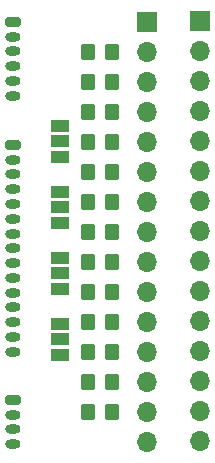
<source format=gbr>
%TF.GenerationSoftware,KiCad,Pcbnew,(6.0.10)*%
%TF.CreationDate,2023-02-08T01:16:55+09:00*%
%TF.ProjectId,rasp_gpio_input,72617370-5f67-4706-996f-5f696e707574,1*%
%TF.SameCoordinates,PX7baf2f0PY78dfd90*%
%TF.FileFunction,Soldermask,Top*%
%TF.FilePolarity,Negative*%
%FSLAX46Y46*%
G04 Gerber Fmt 4.6, Leading zero omitted, Abs format (unit mm)*
G04 Created by KiCad (PCBNEW (6.0.10)) date 2023-02-08 01:16:55*
%MOMM*%
%LPD*%
G01*
G04 APERTURE LIST*
G04 Aperture macros list*
%AMRoundRect*
0 Rectangle with rounded corners*
0 $1 Rounding radius*
0 $2 $3 $4 $5 $6 $7 $8 $9 X,Y pos of 4 corners*
0 Add a 4 corners polygon primitive as box body*
4,1,4,$2,$3,$4,$5,$6,$7,$8,$9,$2,$3,0*
0 Add four circle primitives for the rounded corners*
1,1,$1+$1,$2,$3*
1,1,$1+$1,$4,$5*
1,1,$1+$1,$6,$7*
1,1,$1+$1,$8,$9*
0 Add four rect primitives between the rounded corners*
20,1,$1+$1,$2,$3,$4,$5,0*
20,1,$1+$1,$4,$5,$6,$7,0*
20,1,$1+$1,$6,$7,$8,$9,0*
20,1,$1+$1,$8,$9,$2,$3,0*%
G04 Aperture macros list end*
%ADD10RoundRect,0.250000X-0.350000X-0.450000X0.350000X-0.450000X0.350000X0.450000X-0.350000X0.450000X0*%
%ADD11R,1.500000X1.000000*%
%ADD12R,1.700000X1.700000*%
%ADD13O,1.700000X1.700000*%
%ADD14RoundRect,0.200000X-0.450000X0.200000X-0.450000X-0.200000X0.450000X-0.200000X0.450000X0.200000X0*%
%ADD15O,1.300000X0.800000*%
G04 APERTURE END LIST*
D10*
%TO.C,R10*%
X9820400Y15697200D03*
X11820400Y15697200D03*
%TD*%
%TO.C,R12*%
X9820400Y10617200D03*
X11820400Y10617200D03*
%TD*%
D11*
%TO.C,JP2*%
X7467600Y26700000D03*
X7467600Y25400000D03*
X7467600Y24100000D03*
%TD*%
D12*
%TO.C,J5*%
X19329400Y41148000D03*
D13*
X19329400Y38608000D03*
X19329400Y36068000D03*
X19329400Y33528000D03*
X19329400Y30988000D03*
X19329400Y28448000D03*
X19329400Y25908000D03*
X19329400Y23368000D03*
X19329400Y20828000D03*
X19329400Y18288000D03*
X19329400Y15748000D03*
X19329400Y13208000D03*
X19329400Y10668000D03*
X19329400Y8128000D03*
X19329400Y5588000D03*
%TD*%
D10*
%TO.C,R13*%
X9820400Y8077200D03*
X11820400Y8077200D03*
%TD*%
%TO.C,R11*%
X9820400Y13157200D03*
X11820400Y13157200D03*
%TD*%
%TO.C,R4*%
X9820400Y30937200D03*
X11820400Y30937200D03*
%TD*%
%TO.C,R9*%
X9820400Y18237200D03*
X11820400Y18237200D03*
%TD*%
%TO.C,R5*%
X9820400Y28397200D03*
X11820400Y28397200D03*
%TD*%
D11*
%TO.C,JP4*%
X7467600Y15524000D03*
X7467600Y14224000D03*
X7467600Y12924000D03*
%TD*%
D10*
%TO.C,R2*%
X9820400Y36017200D03*
X11820400Y36017200D03*
%TD*%
D14*
%TO.C,J1*%
X3454400Y41097200D03*
D15*
X3454400Y39847200D03*
X3454400Y38597200D03*
X3454400Y37347200D03*
X3454400Y36097200D03*
X3454400Y34847200D03*
%TD*%
D10*
%TO.C,R8*%
X9820400Y20777200D03*
X11820400Y20777200D03*
%TD*%
%TO.C,R3*%
X9820400Y33477200D03*
X11820400Y33477200D03*
%TD*%
D14*
%TO.C,J3*%
X3454400Y30683200D03*
D15*
X3454400Y29433200D03*
X3454400Y28183200D03*
X3454400Y26933200D03*
X3454400Y25683200D03*
X3454400Y24433200D03*
X3454400Y23183200D03*
X3454400Y21933200D03*
X3454400Y20683200D03*
X3454400Y19433200D03*
X3454400Y18183200D03*
X3454400Y16933200D03*
X3454400Y15683200D03*
X3454400Y14433200D03*
X3454400Y13183200D03*
%TD*%
D11*
%TO.C,JP1*%
X7467600Y32288000D03*
X7467600Y30988000D03*
X7467600Y29688000D03*
%TD*%
D12*
%TO.C,J4*%
X14833600Y41097200D03*
D13*
X14833600Y38557200D03*
X14833600Y36017200D03*
X14833600Y33477200D03*
X14833600Y30937200D03*
X14833600Y28397200D03*
X14833600Y25857200D03*
X14833600Y23317200D03*
X14833600Y20777200D03*
X14833600Y18237200D03*
X14833600Y15697200D03*
X14833600Y13157200D03*
X14833600Y10617200D03*
X14833600Y8077200D03*
X14833600Y5537200D03*
%TD*%
D11*
%TO.C,JP3*%
X7467600Y21112000D03*
X7467600Y19812000D03*
X7467600Y18512000D03*
%TD*%
D14*
%TO.C,J2*%
X3454400Y9093200D03*
D15*
X3454400Y7843200D03*
X3454400Y6593200D03*
X3454400Y5343200D03*
%TD*%
D10*
%TO.C,R7*%
X9820400Y23317200D03*
X11820400Y23317200D03*
%TD*%
%TO.C,R6*%
X9820400Y25857200D03*
X11820400Y25857200D03*
%TD*%
%TO.C,R1*%
X9820400Y38557200D03*
X11820400Y38557200D03*
%TD*%
M02*

</source>
